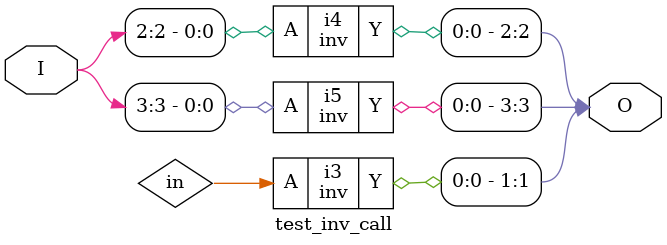
<source format=v>
module inv (A, Y);
   input A;
   output Y;
endmodule

module test_inv_call(I, O);
   input [3:0] I;
   output [3:0] O;
   wire 	in;
   wire 	out;

   inv i1( in,    out);
   inv i2( I[0],  out);
   inv i3( in,    O[1]);
   inv i4( I[2],  O[2]);
   inv i5( .Y(O[3]), .A(I[3]) );
   
endmodule // test_inv_call

   
</source>
